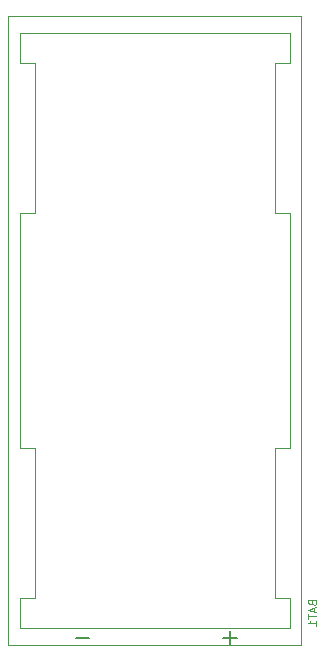
<source format=gbr>
G04 #@! TF.GenerationSoftware,KiCad,Pcbnew,5.0.2-bee76a0~70~ubuntu18.04.1*
G04 #@! TF.CreationDate,2019-04-10T23:22:57+02:00*
G04 #@! TF.ProjectId,Plant_monitoring_device,506c616e-745f-46d6-9f6e-69746f72696e,rev?*
G04 #@! TF.SameCoordinates,Original*
G04 #@! TF.FileFunction,Legend,Bot*
G04 #@! TF.FilePolarity,Positive*
%FSLAX46Y46*%
G04 Gerber Fmt 4.6, Leading zero omitted, Abs format (unit mm)*
G04 Created by KiCad (PCBNEW 5.0.2-bee76a0~70~ubuntu18.04.1) date St 10. dubna 2019, 23:22:57 CEST*
%MOMM*%
%LPD*%
G01*
G04 APERTURE LIST*
%ADD10C,0.150000*%
%ADD11C,0.120000*%
G04 APERTURE END LIST*
D10*
X200071428Y-150607142D02*
X198928571Y-150607142D01*
X211428571Y-150607142D02*
X212571428Y-150607142D01*
X212000000Y-151178571D02*
X212000000Y-150035714D01*
D11*
G04 #@! TO.C,BAT1*
X194220000Y-101970000D02*
X195490000Y-101970000D01*
X194220000Y-99430000D02*
X194220000Y-101970000D01*
X217080000Y-99430000D02*
X194220000Y-99430000D01*
X217080000Y-101970000D02*
X215810000Y-101970000D01*
X217080000Y-99430000D02*
X217080000Y-101970000D01*
X195490000Y-147230000D02*
X195490000Y-134530000D01*
X194220000Y-147230000D02*
X195490000Y-147230000D01*
X194220000Y-149770000D02*
X194220000Y-147230000D01*
X217080000Y-149770000D02*
X194220000Y-149770000D01*
X217080000Y-147230000D02*
X217080000Y-149770000D01*
X215810000Y-147230000D02*
X217080000Y-147230000D01*
X215810000Y-147230000D02*
X215810000Y-134530000D01*
X195490000Y-101970000D02*
X195490000Y-114670000D01*
X217080000Y-134530000D02*
X215810000Y-134530000D01*
X217080000Y-114670000D02*
X217080000Y-134530000D01*
X215810000Y-114670000D02*
X217080000Y-114670000D01*
X215810000Y-101970000D02*
X215810000Y-114670000D01*
X194220000Y-114670000D02*
X195490000Y-114670000D01*
X194220000Y-134530000D02*
X194220000Y-114670000D01*
X195490000Y-134530000D02*
X194220000Y-134530000D01*
X218055000Y-98000000D02*
X218055000Y-151200000D01*
X218050000Y-151200000D02*
X193250000Y-151200000D01*
X193245000Y-151200000D02*
X193245000Y-98000000D01*
X193250000Y-98000000D02*
X218050000Y-98000000D01*
X218950000Y-147650000D02*
X218983333Y-147750000D01*
X219016666Y-147783333D01*
X219083333Y-147816666D01*
X219183333Y-147816666D01*
X219250000Y-147783333D01*
X219283333Y-147750000D01*
X219316666Y-147683333D01*
X219316666Y-147416666D01*
X218616666Y-147416666D01*
X218616666Y-147650000D01*
X218650000Y-147716666D01*
X218683333Y-147750000D01*
X218750000Y-147783333D01*
X218816666Y-147783333D01*
X218883333Y-147750000D01*
X218916666Y-147716666D01*
X218950000Y-147650000D01*
X218950000Y-147416666D01*
X219116666Y-148083333D02*
X219116666Y-148416666D01*
X219316666Y-148016666D02*
X218616666Y-148250000D01*
X219316666Y-148483333D01*
X218616666Y-148616666D02*
X218616666Y-149016666D01*
X219316666Y-148816666D02*
X218616666Y-148816666D01*
X219316666Y-149616666D02*
X219316666Y-149216666D01*
X219316666Y-149416666D02*
X218616666Y-149416666D01*
X218716666Y-149350000D01*
X218783333Y-149283333D01*
X218816666Y-149216666D01*
G04 #@! TD*
M02*

</source>
